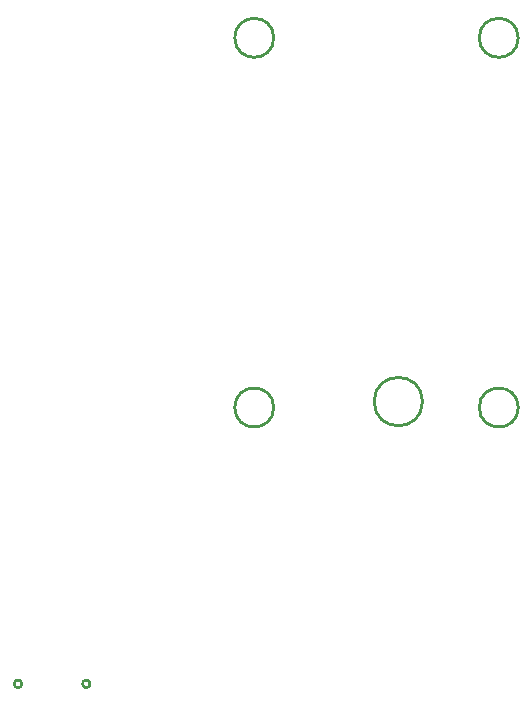
<source format=gko>
G04*
G04 #@! TF.GenerationSoftware,Altium Limited,Altium Designer,24.6.1 (21)*
G04*
G04 Layer_Color=16711935*
%FSLAX25Y25*%
%MOIN*%
G70*
G04*
G04 #@! TF.SameCoordinates,EDD53237-EAC9-4869-82B0-0CFB14AF029E*
G04*
G04*
G04 #@! TF.FilePolarity,Positive*
G04*
G01*
G75*
%ADD10C,0.01000*%
%ADD70C,0.00020*%
D10*
X313354Y217713D02*
G03*
X313354Y217713I-6496J0D01*
G01*
Y340941D02*
G03*
X313354Y340941I-6496J0D01*
G01*
X362961Y219682D02*
G03*
X362961Y219682I-8071J0D01*
G01*
X394850Y217713D02*
G03*
X394850Y217713I-6496J0D01*
G01*
Y340941D02*
G03*
X394850Y340941I-6496J0D01*
G01*
X229401Y125600D02*
G03*
X229401Y125600I-1280J0D01*
G01*
X252157D02*
G03*
X252157Y125600I-1280J0D01*
G01*
D70*
X313354Y217713D02*
G03*
X313354Y217713I-6496J0D01*
G01*
Y340941D02*
G03*
X313354Y340941I-6496J0D01*
G01*
X362961Y219682D02*
G03*
X362961Y219682I-8071J0D01*
G01*
X394850Y217713D02*
G03*
X394850Y217713I-6496J0D01*
G01*
Y340941D02*
G03*
X394850Y340941I-6496J0D01*
G01*
X229401Y125600D02*
G03*
X229401Y125600I-1280J0D01*
G01*
X252157D02*
G03*
X252157Y125600I-1280J0D01*
G01*
M02*

</source>
